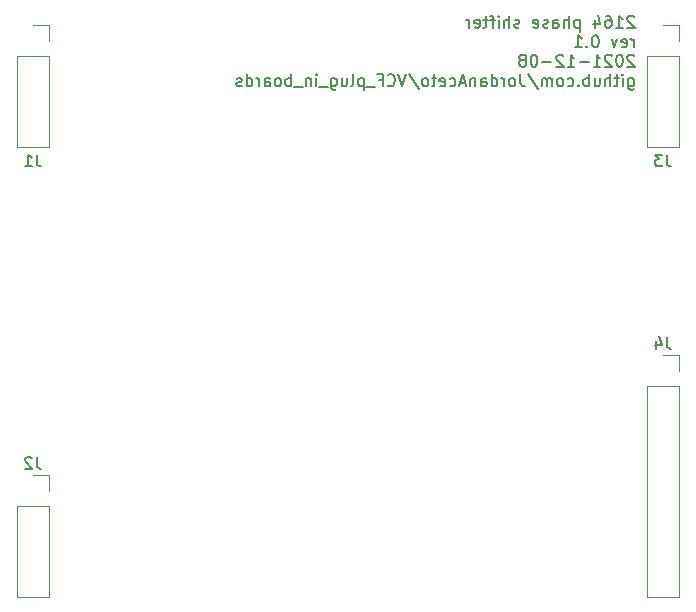
<source format=gbo>
G04 #@! TF.GenerationSoftware,KiCad,Pcbnew,5.1.12-84ad8e8a86~92~ubuntu20.04.1*
G04 #@! TF.CreationDate,2021-12-08T10:45:37-05:00*
G04 #@! TF.ProjectId,2164_phasor_plug_in_board,32313634-5f70-4686-9173-6f725f706c75,0.1*
G04 #@! TF.SameCoordinates,Original*
G04 #@! TF.FileFunction,Legend,Bot*
G04 #@! TF.FilePolarity,Positive*
%FSLAX46Y46*%
G04 Gerber Fmt 4.6, Leading zero omitted, Abs format (unit mm)*
G04 Created by KiCad (PCBNEW 5.1.12-84ad8e8a86~92~ubuntu20.04.1) date 2021-12-08 10:45:37*
%MOMM*%
%LPD*%
G01*
G04 APERTURE LIST*
%ADD10C,0.150000*%
%ADD11C,0.120000*%
%ADD12C,1.702000*%
%ADD13C,1.542000*%
%ADD14O,1.802000X1.802000*%
G04 APERTURE END LIST*
D10*
X144873023Y-66541619D02*
X144825404Y-66494000D01*
X144730166Y-66446380D01*
X144492071Y-66446380D01*
X144396833Y-66494000D01*
X144349214Y-66541619D01*
X144301595Y-66636857D01*
X144301595Y-66732095D01*
X144349214Y-66874952D01*
X144920642Y-67446380D01*
X144301595Y-67446380D01*
X143349214Y-67446380D02*
X143920642Y-67446380D01*
X143634928Y-67446380D02*
X143634928Y-66446380D01*
X143730166Y-66589238D01*
X143825404Y-66684476D01*
X143920642Y-66732095D01*
X142492071Y-66446380D02*
X142682547Y-66446380D01*
X142777785Y-66494000D01*
X142825404Y-66541619D01*
X142920642Y-66684476D01*
X142968261Y-66874952D01*
X142968261Y-67255904D01*
X142920642Y-67351142D01*
X142873023Y-67398761D01*
X142777785Y-67446380D01*
X142587309Y-67446380D01*
X142492071Y-67398761D01*
X142444452Y-67351142D01*
X142396833Y-67255904D01*
X142396833Y-67017809D01*
X142444452Y-66922571D01*
X142492071Y-66874952D01*
X142587309Y-66827333D01*
X142777785Y-66827333D01*
X142873023Y-66874952D01*
X142920642Y-66922571D01*
X142968261Y-67017809D01*
X141539690Y-66779714D02*
X141539690Y-67446380D01*
X141777785Y-66398761D02*
X142015880Y-67113047D01*
X141396833Y-67113047D01*
X140253976Y-66779714D02*
X140253976Y-67779714D01*
X140253976Y-66827333D02*
X140158738Y-66779714D01*
X139968261Y-66779714D01*
X139873023Y-66827333D01*
X139825404Y-66874952D01*
X139777785Y-66970190D01*
X139777785Y-67255904D01*
X139825404Y-67351142D01*
X139873023Y-67398761D01*
X139968261Y-67446380D01*
X140158738Y-67446380D01*
X140253976Y-67398761D01*
X139349214Y-67446380D02*
X139349214Y-66446380D01*
X138920642Y-67446380D02*
X138920642Y-66922571D01*
X138968261Y-66827333D01*
X139063500Y-66779714D01*
X139206357Y-66779714D01*
X139301595Y-66827333D01*
X139349214Y-66874952D01*
X138015880Y-67446380D02*
X138015880Y-66922571D01*
X138063500Y-66827333D01*
X138158738Y-66779714D01*
X138349214Y-66779714D01*
X138444452Y-66827333D01*
X138015880Y-67398761D02*
X138111119Y-67446380D01*
X138349214Y-67446380D01*
X138444452Y-67398761D01*
X138492071Y-67303523D01*
X138492071Y-67208285D01*
X138444452Y-67113047D01*
X138349214Y-67065428D01*
X138111119Y-67065428D01*
X138015880Y-67017809D01*
X137587309Y-67398761D02*
X137492071Y-67446380D01*
X137301595Y-67446380D01*
X137206357Y-67398761D01*
X137158738Y-67303523D01*
X137158738Y-67255904D01*
X137206357Y-67160666D01*
X137301595Y-67113047D01*
X137444452Y-67113047D01*
X137539690Y-67065428D01*
X137587309Y-66970190D01*
X137587309Y-66922571D01*
X137539690Y-66827333D01*
X137444452Y-66779714D01*
X137301595Y-66779714D01*
X137206357Y-66827333D01*
X136349214Y-67398761D02*
X136444452Y-67446380D01*
X136634928Y-67446380D01*
X136730166Y-67398761D01*
X136777785Y-67303523D01*
X136777785Y-66922571D01*
X136730166Y-66827333D01*
X136634928Y-66779714D01*
X136444452Y-66779714D01*
X136349214Y-66827333D01*
X136301595Y-66922571D01*
X136301595Y-67017809D01*
X136777785Y-67113047D01*
X135158738Y-67398761D02*
X135063500Y-67446380D01*
X134873023Y-67446380D01*
X134777785Y-67398761D01*
X134730166Y-67303523D01*
X134730166Y-67255904D01*
X134777785Y-67160666D01*
X134873023Y-67113047D01*
X135015880Y-67113047D01*
X135111119Y-67065428D01*
X135158738Y-66970190D01*
X135158738Y-66922571D01*
X135111119Y-66827333D01*
X135015880Y-66779714D01*
X134873023Y-66779714D01*
X134777785Y-66827333D01*
X134301595Y-67446380D02*
X134301595Y-66446380D01*
X133873023Y-67446380D02*
X133873023Y-66922571D01*
X133920642Y-66827333D01*
X134015880Y-66779714D01*
X134158738Y-66779714D01*
X134253976Y-66827333D01*
X134301595Y-66874952D01*
X133396833Y-67446380D02*
X133396833Y-66779714D01*
X133396833Y-66446380D02*
X133444452Y-66494000D01*
X133396833Y-66541619D01*
X133349214Y-66494000D01*
X133396833Y-66446380D01*
X133396833Y-66541619D01*
X133063500Y-66779714D02*
X132682547Y-66779714D01*
X132920642Y-67446380D02*
X132920642Y-66589238D01*
X132873023Y-66494000D01*
X132777785Y-66446380D01*
X132682547Y-66446380D01*
X132492071Y-66779714D02*
X132111119Y-66779714D01*
X132349214Y-66446380D02*
X132349214Y-67303523D01*
X132301595Y-67398761D01*
X132206357Y-67446380D01*
X132111119Y-67446380D01*
X131396833Y-67398761D02*
X131492071Y-67446380D01*
X131682547Y-67446380D01*
X131777785Y-67398761D01*
X131825404Y-67303523D01*
X131825404Y-66922571D01*
X131777785Y-66827333D01*
X131682547Y-66779714D01*
X131492071Y-66779714D01*
X131396833Y-66827333D01*
X131349214Y-66922571D01*
X131349214Y-67017809D01*
X131825404Y-67113047D01*
X130920642Y-67446380D02*
X130920642Y-66779714D01*
X130920642Y-66970190D02*
X130873023Y-66874952D01*
X130825404Y-66827333D01*
X130730166Y-66779714D01*
X130634928Y-66779714D01*
X144825404Y-69096380D02*
X144825404Y-68429714D01*
X144825404Y-68620190D02*
X144777785Y-68524952D01*
X144730166Y-68477333D01*
X144634928Y-68429714D01*
X144539690Y-68429714D01*
X143825404Y-69048761D02*
X143920642Y-69096380D01*
X144111119Y-69096380D01*
X144206357Y-69048761D01*
X144253976Y-68953523D01*
X144253976Y-68572571D01*
X144206357Y-68477333D01*
X144111119Y-68429714D01*
X143920642Y-68429714D01*
X143825404Y-68477333D01*
X143777785Y-68572571D01*
X143777785Y-68667809D01*
X144253976Y-68763047D01*
X143444452Y-68429714D02*
X143206357Y-69096380D01*
X142968261Y-68429714D01*
X141634928Y-68096380D02*
X141539690Y-68096380D01*
X141444452Y-68144000D01*
X141396833Y-68191619D01*
X141349214Y-68286857D01*
X141301595Y-68477333D01*
X141301595Y-68715428D01*
X141349214Y-68905904D01*
X141396833Y-69001142D01*
X141444452Y-69048761D01*
X141539690Y-69096380D01*
X141634928Y-69096380D01*
X141730166Y-69048761D01*
X141777785Y-69001142D01*
X141825404Y-68905904D01*
X141873023Y-68715428D01*
X141873023Y-68477333D01*
X141825404Y-68286857D01*
X141777785Y-68191619D01*
X141730166Y-68144000D01*
X141634928Y-68096380D01*
X140873023Y-69001142D02*
X140825404Y-69048761D01*
X140873023Y-69096380D01*
X140920642Y-69048761D01*
X140873023Y-69001142D01*
X140873023Y-69096380D01*
X139873023Y-69096380D02*
X140444452Y-69096380D01*
X140158738Y-69096380D02*
X140158738Y-68096380D01*
X140253976Y-68239238D01*
X140349214Y-68334476D01*
X140444452Y-68382095D01*
X144873023Y-69841619D02*
X144825404Y-69794000D01*
X144730166Y-69746380D01*
X144492071Y-69746380D01*
X144396833Y-69794000D01*
X144349214Y-69841619D01*
X144301595Y-69936857D01*
X144301595Y-70032095D01*
X144349214Y-70174952D01*
X144920642Y-70746380D01*
X144301595Y-70746380D01*
X143682547Y-69746380D02*
X143587309Y-69746380D01*
X143492071Y-69794000D01*
X143444452Y-69841619D01*
X143396833Y-69936857D01*
X143349214Y-70127333D01*
X143349214Y-70365428D01*
X143396833Y-70555904D01*
X143444452Y-70651142D01*
X143492071Y-70698761D01*
X143587309Y-70746380D01*
X143682547Y-70746380D01*
X143777785Y-70698761D01*
X143825404Y-70651142D01*
X143873023Y-70555904D01*
X143920642Y-70365428D01*
X143920642Y-70127333D01*
X143873023Y-69936857D01*
X143825404Y-69841619D01*
X143777785Y-69794000D01*
X143682547Y-69746380D01*
X142968261Y-69841619D02*
X142920642Y-69794000D01*
X142825404Y-69746380D01*
X142587309Y-69746380D01*
X142492071Y-69794000D01*
X142444452Y-69841619D01*
X142396833Y-69936857D01*
X142396833Y-70032095D01*
X142444452Y-70174952D01*
X143015880Y-70746380D01*
X142396833Y-70746380D01*
X141444452Y-70746380D02*
X142015880Y-70746380D01*
X141730166Y-70746380D02*
X141730166Y-69746380D01*
X141825404Y-69889238D01*
X141920642Y-69984476D01*
X142015880Y-70032095D01*
X141015880Y-70365428D02*
X140253976Y-70365428D01*
X139253976Y-70746380D02*
X139825404Y-70746380D01*
X139539690Y-70746380D02*
X139539690Y-69746380D01*
X139634928Y-69889238D01*
X139730166Y-69984476D01*
X139825404Y-70032095D01*
X138873023Y-69841619D02*
X138825404Y-69794000D01*
X138730166Y-69746380D01*
X138492071Y-69746380D01*
X138396833Y-69794000D01*
X138349214Y-69841619D01*
X138301595Y-69936857D01*
X138301595Y-70032095D01*
X138349214Y-70174952D01*
X138920642Y-70746380D01*
X138301595Y-70746380D01*
X137873023Y-70365428D02*
X137111119Y-70365428D01*
X136444452Y-69746380D02*
X136349214Y-69746380D01*
X136253976Y-69794000D01*
X136206357Y-69841619D01*
X136158738Y-69936857D01*
X136111119Y-70127333D01*
X136111119Y-70365428D01*
X136158738Y-70555904D01*
X136206357Y-70651142D01*
X136253976Y-70698761D01*
X136349214Y-70746380D01*
X136444452Y-70746380D01*
X136539690Y-70698761D01*
X136587309Y-70651142D01*
X136634928Y-70555904D01*
X136682547Y-70365428D01*
X136682547Y-70127333D01*
X136634928Y-69936857D01*
X136587309Y-69841619D01*
X136539690Y-69794000D01*
X136444452Y-69746380D01*
X135539690Y-70174952D02*
X135634928Y-70127333D01*
X135682547Y-70079714D01*
X135730166Y-69984476D01*
X135730166Y-69936857D01*
X135682547Y-69841619D01*
X135634928Y-69794000D01*
X135539690Y-69746380D01*
X135349214Y-69746380D01*
X135253976Y-69794000D01*
X135206357Y-69841619D01*
X135158738Y-69936857D01*
X135158738Y-69984476D01*
X135206357Y-70079714D01*
X135253976Y-70127333D01*
X135349214Y-70174952D01*
X135539690Y-70174952D01*
X135634928Y-70222571D01*
X135682547Y-70270190D01*
X135730166Y-70365428D01*
X135730166Y-70555904D01*
X135682547Y-70651142D01*
X135634928Y-70698761D01*
X135539690Y-70746380D01*
X135349214Y-70746380D01*
X135253976Y-70698761D01*
X135206357Y-70651142D01*
X135158738Y-70555904D01*
X135158738Y-70365428D01*
X135206357Y-70270190D01*
X135253976Y-70222571D01*
X135349214Y-70174952D01*
X144396833Y-71729714D02*
X144396833Y-72539238D01*
X144444452Y-72634476D01*
X144492071Y-72682095D01*
X144587309Y-72729714D01*
X144730166Y-72729714D01*
X144825404Y-72682095D01*
X144396833Y-72348761D02*
X144492071Y-72396380D01*
X144682547Y-72396380D01*
X144777785Y-72348761D01*
X144825404Y-72301142D01*
X144873023Y-72205904D01*
X144873023Y-71920190D01*
X144825404Y-71824952D01*
X144777785Y-71777333D01*
X144682547Y-71729714D01*
X144492071Y-71729714D01*
X144396833Y-71777333D01*
X143920642Y-72396380D02*
X143920642Y-71729714D01*
X143920642Y-71396380D02*
X143968261Y-71444000D01*
X143920642Y-71491619D01*
X143873023Y-71444000D01*
X143920642Y-71396380D01*
X143920642Y-71491619D01*
X143587309Y-71729714D02*
X143206357Y-71729714D01*
X143444452Y-71396380D02*
X143444452Y-72253523D01*
X143396833Y-72348761D01*
X143301595Y-72396380D01*
X143206357Y-72396380D01*
X142873023Y-72396380D02*
X142873023Y-71396380D01*
X142444452Y-72396380D02*
X142444452Y-71872571D01*
X142492071Y-71777333D01*
X142587309Y-71729714D01*
X142730166Y-71729714D01*
X142825404Y-71777333D01*
X142873023Y-71824952D01*
X141539690Y-71729714D02*
X141539690Y-72396380D01*
X141968261Y-71729714D02*
X141968261Y-72253523D01*
X141920642Y-72348761D01*
X141825404Y-72396380D01*
X141682547Y-72396380D01*
X141587309Y-72348761D01*
X141539690Y-72301142D01*
X141063500Y-72396380D02*
X141063500Y-71396380D01*
X141063500Y-71777333D02*
X140968261Y-71729714D01*
X140777785Y-71729714D01*
X140682547Y-71777333D01*
X140634928Y-71824952D01*
X140587309Y-71920190D01*
X140587309Y-72205904D01*
X140634928Y-72301142D01*
X140682547Y-72348761D01*
X140777785Y-72396380D01*
X140968261Y-72396380D01*
X141063500Y-72348761D01*
X140158738Y-72301142D02*
X140111119Y-72348761D01*
X140158738Y-72396380D01*
X140206357Y-72348761D01*
X140158738Y-72301142D01*
X140158738Y-72396380D01*
X139253976Y-72348761D02*
X139349214Y-72396380D01*
X139539690Y-72396380D01*
X139634928Y-72348761D01*
X139682547Y-72301142D01*
X139730166Y-72205904D01*
X139730166Y-71920190D01*
X139682547Y-71824952D01*
X139634928Y-71777333D01*
X139539690Y-71729714D01*
X139349214Y-71729714D01*
X139253976Y-71777333D01*
X138682547Y-72396380D02*
X138777785Y-72348761D01*
X138825404Y-72301142D01*
X138873023Y-72205904D01*
X138873023Y-71920190D01*
X138825404Y-71824952D01*
X138777785Y-71777333D01*
X138682547Y-71729714D01*
X138539690Y-71729714D01*
X138444452Y-71777333D01*
X138396833Y-71824952D01*
X138349214Y-71920190D01*
X138349214Y-72205904D01*
X138396833Y-72301142D01*
X138444452Y-72348761D01*
X138539690Y-72396380D01*
X138682547Y-72396380D01*
X137920642Y-72396380D02*
X137920642Y-71729714D01*
X137920642Y-71824952D02*
X137873023Y-71777333D01*
X137777785Y-71729714D01*
X137634928Y-71729714D01*
X137539690Y-71777333D01*
X137492071Y-71872571D01*
X137492071Y-72396380D01*
X137492071Y-71872571D02*
X137444452Y-71777333D01*
X137349214Y-71729714D01*
X137206357Y-71729714D01*
X137111119Y-71777333D01*
X137063500Y-71872571D01*
X137063500Y-72396380D01*
X135873023Y-71348761D02*
X136730166Y-72634476D01*
X135253976Y-71396380D02*
X135253976Y-72110666D01*
X135301595Y-72253523D01*
X135396833Y-72348761D01*
X135539690Y-72396380D01*
X135634928Y-72396380D01*
X134634928Y-72396380D02*
X134730166Y-72348761D01*
X134777785Y-72301142D01*
X134825404Y-72205904D01*
X134825404Y-71920190D01*
X134777785Y-71824952D01*
X134730166Y-71777333D01*
X134634928Y-71729714D01*
X134492071Y-71729714D01*
X134396833Y-71777333D01*
X134349214Y-71824952D01*
X134301595Y-71920190D01*
X134301595Y-72205904D01*
X134349214Y-72301142D01*
X134396833Y-72348761D01*
X134492071Y-72396380D01*
X134634928Y-72396380D01*
X133873023Y-72396380D02*
X133873023Y-71729714D01*
X133873023Y-71920190D02*
X133825404Y-71824952D01*
X133777785Y-71777333D01*
X133682547Y-71729714D01*
X133587309Y-71729714D01*
X132825404Y-72396380D02*
X132825404Y-71396380D01*
X132825404Y-72348761D02*
X132920642Y-72396380D01*
X133111119Y-72396380D01*
X133206357Y-72348761D01*
X133253976Y-72301142D01*
X133301595Y-72205904D01*
X133301595Y-71920190D01*
X133253976Y-71824952D01*
X133206357Y-71777333D01*
X133111119Y-71729714D01*
X132920642Y-71729714D01*
X132825404Y-71777333D01*
X131920642Y-72396380D02*
X131920642Y-71872571D01*
X131968261Y-71777333D01*
X132063500Y-71729714D01*
X132253976Y-71729714D01*
X132349214Y-71777333D01*
X131920642Y-72348761D02*
X132015880Y-72396380D01*
X132253976Y-72396380D01*
X132349214Y-72348761D01*
X132396833Y-72253523D01*
X132396833Y-72158285D01*
X132349214Y-72063047D01*
X132253976Y-72015428D01*
X132015880Y-72015428D01*
X131920642Y-71967809D01*
X131444452Y-71729714D02*
X131444452Y-72396380D01*
X131444452Y-71824952D02*
X131396833Y-71777333D01*
X131301595Y-71729714D01*
X131158738Y-71729714D01*
X131063500Y-71777333D01*
X131015880Y-71872571D01*
X131015880Y-72396380D01*
X130587309Y-72110666D02*
X130111119Y-72110666D01*
X130682547Y-72396380D02*
X130349214Y-71396380D01*
X130015880Y-72396380D01*
X129253976Y-72348761D02*
X129349214Y-72396380D01*
X129539690Y-72396380D01*
X129634928Y-72348761D01*
X129682547Y-72301142D01*
X129730166Y-72205904D01*
X129730166Y-71920190D01*
X129682547Y-71824952D01*
X129634928Y-71777333D01*
X129539690Y-71729714D01*
X129349214Y-71729714D01*
X129253976Y-71777333D01*
X128444452Y-72348761D02*
X128539690Y-72396380D01*
X128730166Y-72396380D01*
X128825404Y-72348761D01*
X128873023Y-72253523D01*
X128873023Y-71872571D01*
X128825404Y-71777333D01*
X128730166Y-71729714D01*
X128539690Y-71729714D01*
X128444452Y-71777333D01*
X128396833Y-71872571D01*
X128396833Y-71967809D01*
X128873023Y-72063047D01*
X128111119Y-71729714D02*
X127730166Y-71729714D01*
X127968261Y-71396380D02*
X127968261Y-72253523D01*
X127920642Y-72348761D01*
X127825404Y-72396380D01*
X127730166Y-72396380D01*
X127253976Y-72396380D02*
X127349214Y-72348761D01*
X127396833Y-72301142D01*
X127444452Y-72205904D01*
X127444452Y-71920190D01*
X127396833Y-71824952D01*
X127349214Y-71777333D01*
X127253976Y-71729714D01*
X127111119Y-71729714D01*
X127015880Y-71777333D01*
X126968261Y-71824952D01*
X126920642Y-71920190D01*
X126920642Y-72205904D01*
X126968261Y-72301142D01*
X127015880Y-72348761D01*
X127111119Y-72396380D01*
X127253976Y-72396380D01*
X125777785Y-71348761D02*
X126634928Y-72634476D01*
X125587309Y-71396380D02*
X125253976Y-72396380D01*
X124920642Y-71396380D01*
X124015880Y-72301142D02*
X124063500Y-72348761D01*
X124206357Y-72396380D01*
X124301595Y-72396380D01*
X124444452Y-72348761D01*
X124539690Y-72253523D01*
X124587309Y-72158285D01*
X124634928Y-71967809D01*
X124634928Y-71824952D01*
X124587309Y-71634476D01*
X124539690Y-71539238D01*
X124444452Y-71444000D01*
X124301595Y-71396380D01*
X124206357Y-71396380D01*
X124063500Y-71444000D01*
X124015880Y-71491619D01*
X123253976Y-71872571D02*
X123587309Y-71872571D01*
X123587309Y-72396380D02*
X123587309Y-71396380D01*
X123111119Y-71396380D01*
X122968261Y-72491619D02*
X122206357Y-72491619D01*
X121968261Y-71729714D02*
X121968261Y-72729714D01*
X121968261Y-71777333D02*
X121873023Y-71729714D01*
X121682547Y-71729714D01*
X121587309Y-71777333D01*
X121539690Y-71824952D01*
X121492071Y-71920190D01*
X121492071Y-72205904D01*
X121539690Y-72301142D01*
X121587309Y-72348761D01*
X121682547Y-72396380D01*
X121873023Y-72396380D01*
X121968261Y-72348761D01*
X120920642Y-72396380D02*
X121015880Y-72348761D01*
X121063500Y-72253523D01*
X121063500Y-71396380D01*
X120111119Y-71729714D02*
X120111119Y-72396380D01*
X120539690Y-71729714D02*
X120539690Y-72253523D01*
X120492071Y-72348761D01*
X120396833Y-72396380D01*
X120253976Y-72396380D01*
X120158738Y-72348761D01*
X120111119Y-72301142D01*
X119206357Y-71729714D02*
X119206357Y-72539238D01*
X119253976Y-72634476D01*
X119301595Y-72682095D01*
X119396833Y-72729714D01*
X119539690Y-72729714D01*
X119634928Y-72682095D01*
X119206357Y-72348761D02*
X119301595Y-72396380D01*
X119492071Y-72396380D01*
X119587309Y-72348761D01*
X119634928Y-72301142D01*
X119682547Y-72205904D01*
X119682547Y-71920190D01*
X119634928Y-71824952D01*
X119587309Y-71777333D01*
X119492071Y-71729714D01*
X119301595Y-71729714D01*
X119206357Y-71777333D01*
X118968261Y-72491619D02*
X118206357Y-72491619D01*
X117968261Y-72396380D02*
X117968261Y-71729714D01*
X117968261Y-71396380D02*
X118015880Y-71444000D01*
X117968261Y-71491619D01*
X117920642Y-71444000D01*
X117968261Y-71396380D01*
X117968261Y-71491619D01*
X117492071Y-71729714D02*
X117492071Y-72396380D01*
X117492071Y-71824952D02*
X117444452Y-71777333D01*
X117349214Y-71729714D01*
X117206357Y-71729714D01*
X117111119Y-71777333D01*
X117063500Y-71872571D01*
X117063500Y-72396380D01*
X116825404Y-72491619D02*
X116063500Y-72491619D01*
X115825404Y-72396380D02*
X115825404Y-71396380D01*
X115825404Y-71777333D02*
X115730166Y-71729714D01*
X115539690Y-71729714D01*
X115444452Y-71777333D01*
X115396833Y-71824952D01*
X115349214Y-71920190D01*
X115349214Y-72205904D01*
X115396833Y-72301142D01*
X115444452Y-72348761D01*
X115539690Y-72396380D01*
X115730166Y-72396380D01*
X115825404Y-72348761D01*
X114777785Y-72396380D02*
X114873023Y-72348761D01*
X114920642Y-72301142D01*
X114968261Y-72205904D01*
X114968261Y-71920190D01*
X114920642Y-71824952D01*
X114873023Y-71777333D01*
X114777785Y-71729714D01*
X114634928Y-71729714D01*
X114539690Y-71777333D01*
X114492071Y-71824952D01*
X114444452Y-71920190D01*
X114444452Y-72205904D01*
X114492071Y-72301142D01*
X114539690Y-72348761D01*
X114634928Y-72396380D01*
X114777785Y-72396380D01*
X113587309Y-72396380D02*
X113587309Y-71872571D01*
X113634928Y-71777333D01*
X113730166Y-71729714D01*
X113920642Y-71729714D01*
X114015880Y-71777333D01*
X113587309Y-72348761D02*
X113682547Y-72396380D01*
X113920642Y-72396380D01*
X114015880Y-72348761D01*
X114063500Y-72253523D01*
X114063500Y-72158285D01*
X114015880Y-72063047D01*
X113920642Y-72015428D01*
X113682547Y-72015428D01*
X113587309Y-71967809D01*
X113111119Y-72396380D02*
X113111119Y-71729714D01*
X113111119Y-71920190D02*
X113063500Y-71824952D01*
X113015880Y-71777333D01*
X112920642Y-71729714D01*
X112825404Y-71729714D01*
X112063500Y-72396380D02*
X112063500Y-71396380D01*
X112063500Y-72348761D02*
X112158738Y-72396380D01*
X112349214Y-72396380D01*
X112444452Y-72348761D01*
X112492071Y-72301142D01*
X112539690Y-72205904D01*
X112539690Y-71920190D01*
X112492071Y-71824952D01*
X112444452Y-71777333D01*
X112349214Y-71729714D01*
X112158738Y-71729714D01*
X112063500Y-71777333D01*
X111634928Y-72348761D02*
X111539690Y-72396380D01*
X111349214Y-72396380D01*
X111253976Y-72348761D01*
X111206357Y-72253523D01*
X111206357Y-72205904D01*
X111253976Y-72110666D01*
X111349214Y-72063047D01*
X111492071Y-72063047D01*
X111587309Y-72015428D01*
X111634928Y-71920190D01*
X111634928Y-71872571D01*
X111587309Y-71777333D01*
X111492071Y-71729714D01*
X111349214Y-71729714D01*
X111253976Y-71777333D01*
D11*
X148650000Y-95190000D02*
X147320000Y-95190000D01*
X148650000Y-96520000D02*
X148650000Y-95190000D01*
X148650000Y-97790000D02*
X145990000Y-97790000D01*
X145990000Y-97790000D02*
X145990000Y-115630000D01*
X148650000Y-97790000D02*
X148650000Y-115630000D01*
X148650000Y-115630000D02*
X145990000Y-115630000D01*
X148650000Y-67250000D02*
X147320000Y-67250000D01*
X148650000Y-68580000D02*
X148650000Y-67250000D01*
X148650000Y-69850000D02*
X145990000Y-69850000D01*
X145990000Y-69850000D02*
X145990000Y-77530000D01*
X148650000Y-69850000D02*
X148650000Y-77530000D01*
X148650000Y-77530000D02*
X145990000Y-77530000D01*
X95310000Y-105350000D02*
X93980000Y-105350000D01*
X95310000Y-106680000D02*
X95310000Y-105350000D01*
X95310000Y-107950000D02*
X92650000Y-107950000D01*
X92650000Y-107950000D02*
X92650000Y-115630000D01*
X95310000Y-107950000D02*
X95310000Y-115630000D01*
X95310000Y-115630000D02*
X92650000Y-115630000D01*
X95310000Y-67250000D02*
X93980000Y-67250000D01*
X95310000Y-68580000D02*
X95310000Y-67250000D01*
X95310000Y-69850000D02*
X92650000Y-69850000D01*
X92650000Y-69850000D02*
X92650000Y-77530000D01*
X95310000Y-69850000D02*
X95310000Y-77530000D01*
X95310000Y-77530000D02*
X92650000Y-77530000D01*
D10*
X147653333Y-93642380D02*
X147653333Y-94356666D01*
X147700952Y-94499523D01*
X147796190Y-94594761D01*
X147939047Y-94642380D01*
X148034285Y-94642380D01*
X146748571Y-93975714D02*
X146748571Y-94642380D01*
X146986666Y-93594761D02*
X147224761Y-94309047D01*
X146605714Y-94309047D01*
X147653333Y-78192380D02*
X147653333Y-78906666D01*
X147700952Y-79049523D01*
X147796190Y-79144761D01*
X147939047Y-79192380D01*
X148034285Y-79192380D01*
X147272380Y-78192380D02*
X146653333Y-78192380D01*
X146986666Y-78573333D01*
X146843809Y-78573333D01*
X146748571Y-78620952D01*
X146700952Y-78668571D01*
X146653333Y-78763809D01*
X146653333Y-79001904D01*
X146700952Y-79097142D01*
X146748571Y-79144761D01*
X146843809Y-79192380D01*
X147129523Y-79192380D01*
X147224761Y-79144761D01*
X147272380Y-79097142D01*
X94313333Y-103802380D02*
X94313333Y-104516666D01*
X94360952Y-104659523D01*
X94456190Y-104754761D01*
X94599047Y-104802380D01*
X94694285Y-104802380D01*
X93884761Y-103897619D02*
X93837142Y-103850000D01*
X93741904Y-103802380D01*
X93503809Y-103802380D01*
X93408571Y-103850000D01*
X93360952Y-103897619D01*
X93313333Y-103992857D01*
X93313333Y-104088095D01*
X93360952Y-104230952D01*
X93932380Y-104802380D01*
X93313333Y-104802380D01*
X94313333Y-78192380D02*
X94313333Y-78906666D01*
X94360952Y-79049523D01*
X94456190Y-79144761D01*
X94599047Y-79192380D01*
X94694285Y-79192380D01*
X93313333Y-79192380D02*
X93884761Y-79192380D01*
X93599047Y-79192380D02*
X93599047Y-78192380D01*
X93694285Y-78335238D01*
X93789523Y-78430476D01*
X93884761Y-78478095D01*
%LPC*%
D12*
X143256000Y-78406000D03*
X143256000Y-73406000D03*
D13*
X104775000Y-106680000D03*
X104775000Y-109220000D03*
X104775000Y-111760000D03*
X99060000Y-106680000D03*
X99060000Y-109220000D03*
X99060000Y-111760000D03*
X110490000Y-106680000D03*
X110490000Y-109220000D03*
X110490000Y-111760000D03*
D14*
X147320000Y-114300000D03*
X147320000Y-111760000D03*
X147320000Y-109220000D03*
X147320000Y-106680000D03*
X147320000Y-104140000D03*
X147320000Y-101600000D03*
X147320000Y-99060000D03*
G36*
G01*
X148221000Y-95670000D02*
X148221000Y-97370000D01*
G75*
G02*
X148170000Y-97421000I-51000J0D01*
G01*
X146470000Y-97421000D01*
G75*
G02*
X146419000Y-97370000I0J51000D01*
G01*
X146419000Y-95670000D01*
G75*
G02*
X146470000Y-95619000I51000J0D01*
G01*
X148170000Y-95619000D01*
G75*
G02*
X148221000Y-95670000I0J-51000D01*
G01*
G37*
X147320000Y-76200000D03*
X147320000Y-73660000D03*
X147320000Y-71120000D03*
G36*
G01*
X148221000Y-67730000D02*
X148221000Y-69430000D01*
G75*
G02*
X148170000Y-69481000I-51000J0D01*
G01*
X146470000Y-69481000D01*
G75*
G02*
X146419000Y-69430000I0J51000D01*
G01*
X146419000Y-67730000D01*
G75*
G02*
X146470000Y-67679000I51000J0D01*
G01*
X148170000Y-67679000D01*
G75*
G02*
X148221000Y-67730000I0J-51000D01*
G01*
G37*
X93980000Y-114300000D03*
X93980000Y-111760000D03*
X93980000Y-109220000D03*
G36*
G01*
X94881000Y-105830000D02*
X94881000Y-107530000D01*
G75*
G02*
X94830000Y-107581000I-51000J0D01*
G01*
X93130000Y-107581000D01*
G75*
G02*
X93079000Y-107530000I0J51000D01*
G01*
X93079000Y-105830000D01*
G75*
G02*
X93130000Y-105779000I51000J0D01*
G01*
X94830000Y-105779000D01*
G75*
G02*
X94881000Y-105830000I0J-51000D01*
G01*
G37*
X93980000Y-76200000D03*
X93980000Y-73660000D03*
X93980000Y-71120000D03*
G36*
G01*
X94881000Y-67730000D02*
X94881000Y-69430000D01*
G75*
G02*
X94830000Y-69481000I-51000J0D01*
G01*
X93130000Y-69481000D01*
G75*
G02*
X93079000Y-69430000I0J51000D01*
G01*
X93079000Y-67730000D01*
G75*
G02*
X93130000Y-67679000I51000J0D01*
G01*
X94830000Y-67679000D01*
G75*
G02*
X94881000Y-67730000I0J-51000D01*
G01*
G37*
M02*

</source>
